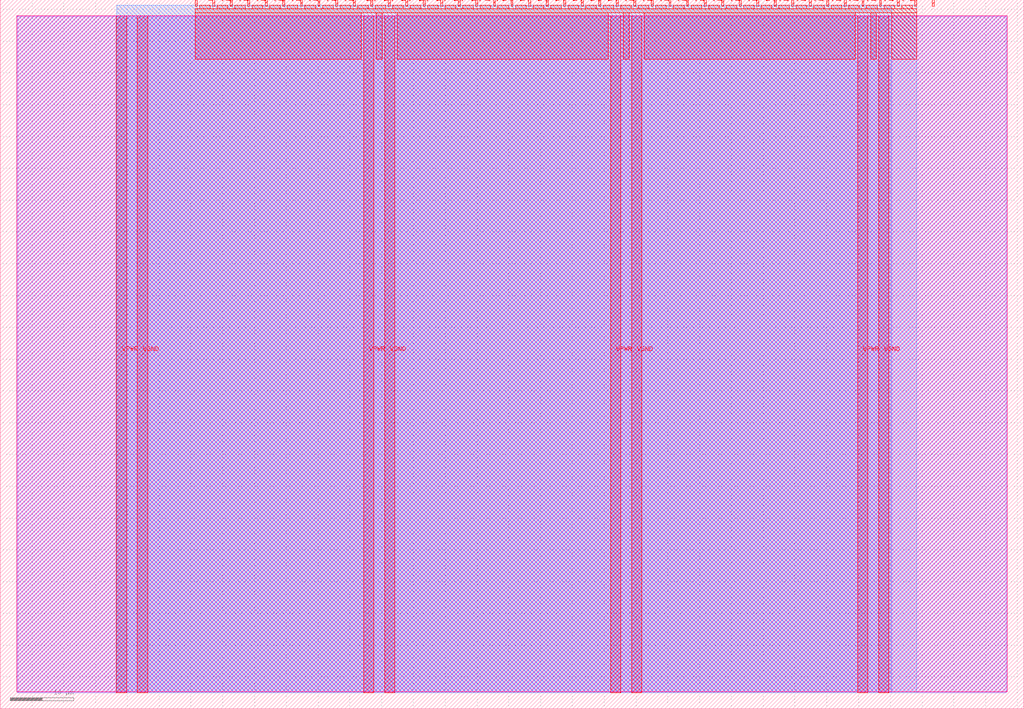
<source format=lef>
VERSION 5.7 ;
  NOWIREEXTENSIONATPIN ON ;
  DIVIDERCHAR "/" ;
  BUSBITCHARS "[]" ;
MACRO tt_um_zhouzhouthezhou_adder
  CLASS BLOCK ;
  FOREIGN tt_um_zhouzhouthezhou_adder ;
  ORIGIN 0.000 0.000 ;
  SIZE 161.000 BY 111.520 ;
  PIN VGND
    DIRECTION INOUT ;
    USE GROUND ;
    PORT
      LAYER met4 ;
        RECT 21.580 2.480 23.180 109.040 ;
    END
    PORT
      LAYER met4 ;
        RECT 60.450 2.480 62.050 109.040 ;
    END
    PORT
      LAYER met4 ;
        RECT 99.320 2.480 100.920 109.040 ;
    END
    PORT
      LAYER met4 ;
        RECT 138.190 2.480 139.790 109.040 ;
    END
  END VGND
  PIN VPWR
    DIRECTION INOUT ;
    USE POWER ;
    PORT
      LAYER met4 ;
        RECT 18.280 2.480 19.880 109.040 ;
    END
    PORT
      LAYER met4 ;
        RECT 57.150 2.480 58.750 109.040 ;
    END
    PORT
      LAYER met4 ;
        RECT 96.020 2.480 97.620 109.040 ;
    END
    PORT
      LAYER met4 ;
        RECT 134.890 2.480 136.490 109.040 ;
    END
  END VPWR
  PIN clk
    DIRECTION INPUT ;
    USE SIGNAL ;
    ANTENNAGATEAREA 0.852000 ;
    PORT
      LAYER met4 ;
        RECT 143.830 110.520 144.130 111.520 ;
    END
  END clk
  PIN ena
    DIRECTION INPUT ;
    USE SIGNAL ;
    PORT
      LAYER met4 ;
        RECT 146.590 110.520 146.890 111.520 ;
    END
  END ena
  PIN rst_n
    DIRECTION INPUT ;
    USE SIGNAL ;
    PORT
      LAYER met4 ;
        RECT 141.070 110.520 141.370 111.520 ;
    END
  END rst_n
  PIN ui_in[0]
    DIRECTION INPUT ;
    USE SIGNAL ;
    ANTENNAGATEAREA 0.196500 ;
    PORT
      LAYER met4 ;
        RECT 138.310 110.520 138.610 111.520 ;
    END
  END ui_in[0]
  PIN ui_in[1]
    DIRECTION INPUT ;
    USE SIGNAL ;
    ANTENNAGATEAREA 0.213000 ;
    PORT
      LAYER met4 ;
        RECT 135.550 110.520 135.850 111.520 ;
    END
  END ui_in[1]
  PIN ui_in[2]
    DIRECTION INPUT ;
    USE SIGNAL ;
    ANTENNAGATEAREA 0.196500 ;
    PORT
      LAYER met4 ;
        RECT 132.790 110.520 133.090 111.520 ;
    END
  END ui_in[2]
  PIN ui_in[3]
    DIRECTION INPUT ;
    USE SIGNAL ;
    ANTENNAGATEAREA 0.196500 ;
    PORT
      LAYER met4 ;
        RECT 130.030 110.520 130.330 111.520 ;
    END
  END ui_in[3]
  PIN ui_in[4]
    DIRECTION INPUT ;
    USE SIGNAL ;
    ANTENNAGATEAREA 0.196500 ;
    PORT
      LAYER met4 ;
        RECT 127.270 110.520 127.570 111.520 ;
    END
  END ui_in[4]
  PIN ui_in[5]
    DIRECTION INPUT ;
    USE SIGNAL ;
    ANTENNAGATEAREA 0.213000 ;
    PORT
      LAYER met4 ;
        RECT 124.510 110.520 124.810 111.520 ;
    END
  END ui_in[5]
  PIN ui_in[6]
    DIRECTION INPUT ;
    USE SIGNAL ;
    ANTENNAGATEAREA 0.196500 ;
    PORT
      LAYER met4 ;
        RECT 121.750 110.520 122.050 111.520 ;
    END
  END ui_in[6]
  PIN ui_in[7]
    DIRECTION INPUT ;
    USE SIGNAL ;
    ANTENNAGATEAREA 0.196500 ;
    PORT
      LAYER met4 ;
        RECT 118.990 110.520 119.290 111.520 ;
    END
  END ui_in[7]
  PIN uio_in[0]
    DIRECTION INPUT ;
    USE SIGNAL ;
    PORT
      LAYER met4 ;
        RECT 116.230 110.520 116.530 111.520 ;
    END
  END uio_in[0]
  PIN uio_in[1]
    DIRECTION INPUT ;
    USE SIGNAL ;
    PORT
      LAYER met4 ;
        RECT 113.470 110.520 113.770 111.520 ;
    END
  END uio_in[1]
  PIN uio_in[2]
    DIRECTION INPUT ;
    USE SIGNAL ;
    PORT
      LAYER met4 ;
        RECT 110.710 110.520 111.010 111.520 ;
    END
  END uio_in[2]
  PIN uio_in[3]
    DIRECTION INPUT ;
    USE SIGNAL ;
    PORT
      LAYER met4 ;
        RECT 107.950 110.520 108.250 111.520 ;
    END
  END uio_in[3]
  PIN uio_in[4]
    DIRECTION INPUT ;
    USE SIGNAL ;
    PORT
      LAYER met4 ;
        RECT 105.190 110.520 105.490 111.520 ;
    END
  END uio_in[4]
  PIN uio_in[5]
    DIRECTION INPUT ;
    USE SIGNAL ;
    PORT
      LAYER met4 ;
        RECT 102.430 110.520 102.730 111.520 ;
    END
  END uio_in[5]
  PIN uio_in[6]
    DIRECTION INPUT ;
    USE SIGNAL ;
    PORT
      LAYER met4 ;
        RECT 99.670 110.520 99.970 111.520 ;
    END
  END uio_in[6]
  PIN uio_in[7]
    DIRECTION INPUT ;
    USE SIGNAL ;
    PORT
      LAYER met4 ;
        RECT 96.910 110.520 97.210 111.520 ;
    END
  END uio_in[7]
  PIN uio_oe[0]
    DIRECTION OUTPUT ;
    USE SIGNAL ;
    PORT
      LAYER met4 ;
        RECT 49.990 110.520 50.290 111.520 ;
    END
  END uio_oe[0]
  PIN uio_oe[1]
    DIRECTION OUTPUT ;
    USE SIGNAL ;
    PORT
      LAYER met4 ;
        RECT 47.230 110.520 47.530 111.520 ;
    END
  END uio_oe[1]
  PIN uio_oe[2]
    DIRECTION OUTPUT ;
    USE SIGNAL ;
    PORT
      LAYER met4 ;
        RECT 44.470 110.520 44.770 111.520 ;
    END
  END uio_oe[2]
  PIN uio_oe[3]
    DIRECTION OUTPUT ;
    USE SIGNAL ;
    PORT
      LAYER met4 ;
        RECT 41.710 110.520 42.010 111.520 ;
    END
  END uio_oe[3]
  PIN uio_oe[4]
    DIRECTION OUTPUT ;
    USE SIGNAL ;
    PORT
      LAYER met4 ;
        RECT 38.950 110.520 39.250 111.520 ;
    END
  END uio_oe[4]
  PIN uio_oe[5]
    DIRECTION OUTPUT ;
    USE SIGNAL ;
    PORT
      LAYER met4 ;
        RECT 36.190 110.520 36.490 111.520 ;
    END
  END uio_oe[5]
  PIN uio_oe[6]
    DIRECTION OUTPUT ;
    USE SIGNAL ;
    PORT
      LAYER met4 ;
        RECT 33.430 110.520 33.730 111.520 ;
    END
  END uio_oe[6]
  PIN uio_oe[7]
    DIRECTION OUTPUT ;
    USE SIGNAL ;
    PORT
      LAYER met4 ;
        RECT 30.670 110.520 30.970 111.520 ;
    END
  END uio_oe[7]
  PIN uio_out[0]
    DIRECTION OUTPUT ;
    USE SIGNAL ;
    PORT
      LAYER met4 ;
        RECT 72.070 110.520 72.370 111.520 ;
    END
  END uio_out[0]
  PIN uio_out[1]
    DIRECTION OUTPUT ;
    USE SIGNAL ;
    PORT
      LAYER met4 ;
        RECT 69.310 110.520 69.610 111.520 ;
    END
  END uio_out[1]
  PIN uio_out[2]
    DIRECTION OUTPUT ;
    USE SIGNAL ;
    PORT
      LAYER met4 ;
        RECT 66.550 110.520 66.850 111.520 ;
    END
  END uio_out[2]
  PIN uio_out[3]
    DIRECTION OUTPUT ;
    USE SIGNAL ;
    PORT
      LAYER met4 ;
        RECT 63.790 110.520 64.090 111.520 ;
    END
  END uio_out[3]
  PIN uio_out[4]
    DIRECTION OUTPUT ;
    USE SIGNAL ;
    PORT
      LAYER met4 ;
        RECT 61.030 110.520 61.330 111.520 ;
    END
  END uio_out[4]
  PIN uio_out[5]
    DIRECTION OUTPUT ;
    USE SIGNAL ;
    PORT
      LAYER met4 ;
        RECT 58.270 110.520 58.570 111.520 ;
    END
  END uio_out[5]
  PIN uio_out[6]
    DIRECTION OUTPUT ;
    USE SIGNAL ;
    PORT
      LAYER met4 ;
        RECT 55.510 110.520 55.810 111.520 ;
    END
  END uio_out[6]
  PIN uio_out[7]
    DIRECTION OUTPUT ;
    USE SIGNAL ;
    PORT
      LAYER met4 ;
        RECT 52.750 110.520 53.050 111.520 ;
    END
  END uio_out[7]
  PIN uo_out[0]
    DIRECTION OUTPUT ;
    USE SIGNAL ;
    ANTENNADIFFAREA 0.445500 ;
    PORT
      LAYER met4 ;
        RECT 94.150 110.520 94.450 111.520 ;
    END
  END uo_out[0]
  PIN uo_out[1]
    DIRECTION OUTPUT ;
    USE SIGNAL ;
    ANTENNADIFFAREA 0.445500 ;
    PORT
      LAYER met4 ;
        RECT 91.390 110.520 91.690 111.520 ;
    END
  END uo_out[1]
  PIN uo_out[2]
    DIRECTION OUTPUT ;
    USE SIGNAL ;
    ANTENNADIFFAREA 0.445500 ;
    PORT
      LAYER met4 ;
        RECT 88.630 110.520 88.930 111.520 ;
    END
  END uo_out[2]
  PIN uo_out[3]
    DIRECTION OUTPUT ;
    USE SIGNAL ;
    ANTENNADIFFAREA 0.445500 ;
    PORT
      LAYER met4 ;
        RECT 85.870 110.520 86.170 111.520 ;
    END
  END uo_out[3]
  PIN uo_out[4]
    DIRECTION OUTPUT ;
    USE SIGNAL ;
    ANTENNADIFFAREA 0.445500 ;
    PORT
      LAYER met4 ;
        RECT 83.110 110.520 83.410 111.520 ;
    END
  END uo_out[4]
  PIN uo_out[5]
    DIRECTION OUTPUT ;
    USE SIGNAL ;
    ANTENNADIFFAREA 0.445500 ;
    PORT
      LAYER met4 ;
        RECT 80.350 110.520 80.650 111.520 ;
    END
  END uo_out[5]
  PIN uo_out[6]
    DIRECTION OUTPUT ;
    USE SIGNAL ;
    ANTENNADIFFAREA 0.445500 ;
    PORT
      LAYER met4 ;
        RECT 77.590 110.520 77.890 111.520 ;
    END
  END uo_out[6]
  PIN uo_out[7]
    DIRECTION OUTPUT ;
    USE SIGNAL ;
    ANTENNADIFFAREA 0.445500 ;
    PORT
      LAYER met4 ;
        RECT 74.830 110.520 75.130 111.520 ;
    END
  END uo_out[7]
  OBS
      LAYER nwell ;
        RECT 2.570 2.635 158.430 108.990 ;
      LAYER li1 ;
        RECT 2.760 2.635 158.240 108.885 ;
      LAYER met1 ;
        RECT 2.760 2.480 158.240 109.040 ;
      LAYER met2 ;
        RECT 18.310 2.535 140.210 110.685 ;
      LAYER met3 ;
        RECT 18.290 2.555 144.170 110.665 ;
      LAYER met4 ;
        RECT 31.370 110.120 33.030 110.665 ;
        RECT 34.130 110.120 35.790 110.665 ;
        RECT 36.890 110.120 38.550 110.665 ;
        RECT 39.650 110.120 41.310 110.665 ;
        RECT 42.410 110.120 44.070 110.665 ;
        RECT 45.170 110.120 46.830 110.665 ;
        RECT 47.930 110.120 49.590 110.665 ;
        RECT 50.690 110.120 52.350 110.665 ;
        RECT 53.450 110.120 55.110 110.665 ;
        RECT 56.210 110.120 57.870 110.665 ;
        RECT 58.970 110.120 60.630 110.665 ;
        RECT 61.730 110.120 63.390 110.665 ;
        RECT 64.490 110.120 66.150 110.665 ;
        RECT 67.250 110.120 68.910 110.665 ;
        RECT 70.010 110.120 71.670 110.665 ;
        RECT 72.770 110.120 74.430 110.665 ;
        RECT 75.530 110.120 77.190 110.665 ;
        RECT 78.290 110.120 79.950 110.665 ;
        RECT 81.050 110.120 82.710 110.665 ;
        RECT 83.810 110.120 85.470 110.665 ;
        RECT 86.570 110.120 88.230 110.665 ;
        RECT 89.330 110.120 90.990 110.665 ;
        RECT 92.090 110.120 93.750 110.665 ;
        RECT 94.850 110.120 96.510 110.665 ;
        RECT 97.610 110.120 99.270 110.665 ;
        RECT 100.370 110.120 102.030 110.665 ;
        RECT 103.130 110.120 104.790 110.665 ;
        RECT 105.890 110.120 107.550 110.665 ;
        RECT 108.650 110.120 110.310 110.665 ;
        RECT 111.410 110.120 113.070 110.665 ;
        RECT 114.170 110.120 115.830 110.665 ;
        RECT 116.930 110.120 118.590 110.665 ;
        RECT 119.690 110.120 121.350 110.665 ;
        RECT 122.450 110.120 124.110 110.665 ;
        RECT 125.210 110.120 126.870 110.665 ;
        RECT 127.970 110.120 129.630 110.665 ;
        RECT 130.730 110.120 132.390 110.665 ;
        RECT 133.490 110.120 135.150 110.665 ;
        RECT 136.250 110.120 137.910 110.665 ;
        RECT 139.010 110.120 140.670 110.665 ;
        RECT 141.770 110.120 143.430 110.665 ;
        RECT 30.655 109.440 144.145 110.120 ;
        RECT 30.655 102.175 56.750 109.440 ;
        RECT 59.150 102.175 60.050 109.440 ;
        RECT 62.450 102.175 95.620 109.440 ;
        RECT 98.020 102.175 98.920 109.440 ;
        RECT 101.320 102.175 134.490 109.440 ;
        RECT 136.890 102.175 137.790 109.440 ;
        RECT 140.190 102.175 144.145 109.440 ;
  END
END tt_um_zhouzhouthezhou_adder
END LIBRARY


</source>
